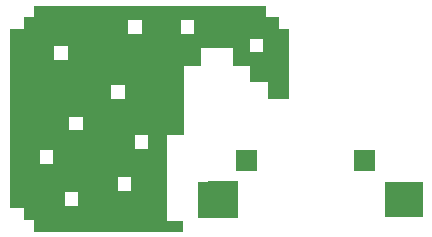
<source format=gbr>
G04 #@! TF.GenerationSoftware,KiCad,Pcbnew,(5.1.2)-1*
G04 #@! TF.CreationDate,2019-10-01T23:28:24-05:00*
G04 #@! TF.ProjectId,nyan,6e79616e-2e6b-4696-9361-645f70636258,rev?*
G04 #@! TF.SameCoordinates,Original*
G04 #@! TF.FileFunction,Legend,Top*
G04 #@! TF.FilePolarity,Positive*
%FSLAX46Y46*%
G04 Gerber Fmt 4.6, Leading zero omitted, Abs format (unit mm)*
G04 Created by KiCad (PCBNEW (5.1.2)-1) date 2019-10-01 23:28:24*
%MOMM*%
%LPD*%
G04 APERTURE LIST*
%ADD10C,0.010000*%
G04 APERTURE END LIST*
D10*
G36*
X168385067Y-73911460D02*
G01*
X166670567Y-73911460D01*
X166670567Y-72196960D01*
X168385067Y-72196960D01*
X168385067Y-73911460D01*
X168385067Y-73911460D01*
G37*
X168385067Y-73911460D02*
X166670567Y-73911460D01*
X166670567Y-72196960D01*
X168385067Y-72196960D01*
X168385067Y-73911460D01*
G36*
X158394400Y-73911460D02*
G01*
X156701067Y-73911460D01*
X156701067Y-72196960D01*
X158394400Y-72196960D01*
X158394400Y-73911460D01*
X158394400Y-73911460D01*
G37*
X158394400Y-73911460D02*
X156701067Y-73911460D01*
X156701067Y-72196960D01*
X158394400Y-72196960D01*
X158394400Y-73911460D01*
G36*
X172359320Y-77787500D02*
G01*
X169367200Y-77784960D01*
X169362120Y-74950320D01*
X172463460Y-74950320D01*
X172463460Y-77787500D01*
X172359320Y-77787500D01*
G37*
X172359320Y-77787500D02*
X169367200Y-77784960D01*
X169362120Y-74950320D01*
X172463460Y-74950320D01*
X172463460Y-77787500D01*
X172359320Y-77787500D01*
G36*
X156785734Y-77848460D02*
G01*
X153525781Y-77848460D01*
X153531216Y-76361502D01*
X153536650Y-74874544D01*
X155161192Y-74869120D01*
X156789120Y-74869040D01*
X156785734Y-77848460D01*
X156785734Y-77848460D01*
G37*
X156785734Y-77848460D02*
X153525781Y-77848460D01*
X153531216Y-76361502D01*
X153536650Y-74874544D01*
X155161192Y-74869120D01*
X156789120Y-74869040D01*
X156785734Y-77848460D01*
G36*
X140386859Y-59994520D02*
G01*
X140460296Y-59994542D01*
X140574536Y-59994588D01*
X140728051Y-59994656D01*
X140919309Y-59994746D01*
X141146782Y-59994858D01*
X141408940Y-59994990D01*
X141704252Y-59995141D01*
X142031190Y-59995311D01*
X142388223Y-59995499D01*
X142773821Y-59995704D01*
X143186456Y-59995925D01*
X143624596Y-59996161D01*
X144086714Y-59996412D01*
X144571277Y-59996677D01*
X145076758Y-59996954D01*
X145601626Y-59997244D01*
X146144351Y-59997544D01*
X146703404Y-59997855D01*
X147277255Y-59998176D01*
X147864375Y-59998505D01*
X148463232Y-59998843D01*
X149072299Y-59999187D01*
X149690044Y-59999538D01*
X150171150Y-59999812D01*
X159198734Y-60004960D01*
X159198734Y-60978627D01*
X160235900Y-60978627D01*
X160235900Y-61973460D01*
X161146067Y-61973460D01*
X161146067Y-67773127D01*
X159431567Y-67773127D01*
X159431567Y-66397294D01*
X157907567Y-66397294D01*
X157907567Y-65000294D01*
X156425900Y-65000294D01*
X156425900Y-63497460D01*
X153631900Y-63497460D01*
X153631900Y-65000294D01*
X152192567Y-65000294D01*
X152192567Y-70821127D01*
X148054060Y-70822820D01*
X148054060Y-72087740D01*
X149227540Y-72087740D01*
X149222460Y-70824513D01*
X150769320Y-70822820D01*
X150769320Y-78244700D01*
X152171400Y-78250627D01*
X152179020Y-79087980D01*
X151244300Y-79087980D01*
X151137620Y-79087980D01*
X150992840Y-79087980D01*
X150804880Y-79087980D01*
X150588980Y-79087980D01*
X150342600Y-79087980D01*
X150055580Y-79087980D01*
X149740620Y-79087980D01*
X149400260Y-79087980D01*
X149044660Y-79087980D01*
X148654750Y-79087980D01*
X148247100Y-79087980D01*
X147817840Y-79087980D01*
X147398740Y-79087980D01*
X146913600Y-79087980D01*
X146466560Y-79087980D01*
X145978880Y-79087980D01*
X145503900Y-79087980D01*
X145023840Y-79087980D01*
X144922240Y-79087980D01*
X139593320Y-79089250D01*
X139593320Y-78024990D01*
X138751734Y-78017794D01*
X138751734Y-77022960D01*
X137608734Y-77022960D01*
X137608734Y-75710627D01*
X142117234Y-75710627D01*
X142117234Y-76959460D01*
X143344900Y-76959460D01*
X143344900Y-75710627D01*
X142117234Y-75710627D01*
X137608734Y-75710627D01*
X137608734Y-74398294D01*
X146603720Y-74399140D01*
X146603720Y-75664060D01*
X147208240Y-75663326D01*
X147830540Y-75664060D01*
X147830540Y-75029060D01*
X147830540Y-74396600D01*
X146606260Y-74396600D01*
X137608734Y-74398294D01*
X137608734Y-72133460D01*
X140000567Y-72133460D01*
X140000567Y-73382294D01*
X141228234Y-73382294D01*
X141228234Y-72133460D01*
X140000567Y-72133460D01*
X137608734Y-72133460D01*
X137608734Y-69297127D01*
X142498234Y-69297127D01*
X142498234Y-70545960D01*
X143725900Y-70545960D01*
X143725900Y-69297127D01*
X142498234Y-69297127D01*
X137608734Y-69297127D01*
X137608734Y-66630127D01*
X146075400Y-66630127D01*
X146075400Y-67878960D01*
X147303067Y-67878960D01*
X147303067Y-66630127D01*
X146075400Y-66630127D01*
X137608734Y-66630127D01*
X137608734Y-63349294D01*
X141249400Y-63349294D01*
X141249400Y-64619294D01*
X142477067Y-64619294D01*
X142477067Y-63349294D01*
X141249400Y-63349294D01*
X137608734Y-63349294D01*
X137608734Y-62693127D01*
X157780567Y-62693127D01*
X157780567Y-63920794D01*
X159008234Y-63920794D01*
X159008234Y-62693127D01*
X157780567Y-62693127D01*
X137608734Y-62693127D01*
X137608734Y-61973460D01*
X138751734Y-61973460D01*
X138751734Y-61147960D01*
X147514734Y-61147960D01*
X147514734Y-62396794D01*
X148742400Y-62396794D01*
X148742400Y-61147960D01*
X151959734Y-61147960D01*
X151959734Y-62375627D01*
X153166234Y-62375627D01*
X153166234Y-61147960D01*
X151959734Y-61147960D01*
X148742400Y-61147960D01*
X147514734Y-61147960D01*
X138751734Y-61147960D01*
X138751734Y-60978627D01*
X139621260Y-60980320D01*
X139624468Y-60486502D01*
X139630150Y-59989720D01*
X140386859Y-59994520D01*
X140386859Y-59994520D01*
G37*
X140386859Y-59994520D02*
X140460296Y-59994542D01*
X140574536Y-59994588D01*
X140728051Y-59994656D01*
X140919309Y-59994746D01*
X141146782Y-59994858D01*
X141408940Y-59994990D01*
X141704252Y-59995141D01*
X142031190Y-59995311D01*
X142388223Y-59995499D01*
X142773821Y-59995704D01*
X143186456Y-59995925D01*
X143624596Y-59996161D01*
X144086714Y-59996412D01*
X144571277Y-59996677D01*
X145076758Y-59996954D01*
X145601626Y-59997244D01*
X146144351Y-59997544D01*
X146703404Y-59997855D01*
X147277255Y-59998176D01*
X147864375Y-59998505D01*
X148463232Y-59998843D01*
X149072299Y-59999187D01*
X149690044Y-59999538D01*
X150171150Y-59999812D01*
X159198734Y-60004960D01*
X159198734Y-60978627D01*
X160235900Y-60978627D01*
X160235900Y-61973460D01*
X161146067Y-61973460D01*
X161146067Y-67773127D01*
X159431567Y-67773127D01*
X159431567Y-66397294D01*
X157907567Y-66397294D01*
X157907567Y-65000294D01*
X156425900Y-65000294D01*
X156425900Y-63497460D01*
X153631900Y-63497460D01*
X153631900Y-65000294D01*
X152192567Y-65000294D01*
X152192567Y-70821127D01*
X148054060Y-70822820D01*
X148054060Y-72087740D01*
X149227540Y-72087740D01*
X149222460Y-70824513D01*
X150769320Y-70822820D01*
X150769320Y-78244700D01*
X152171400Y-78250627D01*
X152179020Y-79087980D01*
X151244300Y-79087980D01*
X151137620Y-79087980D01*
X150992840Y-79087980D01*
X150804880Y-79087980D01*
X150588980Y-79087980D01*
X150342600Y-79087980D01*
X150055580Y-79087980D01*
X149740620Y-79087980D01*
X149400260Y-79087980D01*
X149044660Y-79087980D01*
X148654750Y-79087980D01*
X148247100Y-79087980D01*
X147817840Y-79087980D01*
X147398740Y-79087980D01*
X146913600Y-79087980D01*
X146466560Y-79087980D01*
X145978880Y-79087980D01*
X145503900Y-79087980D01*
X145023840Y-79087980D01*
X144922240Y-79087980D01*
X139593320Y-79089250D01*
X139593320Y-78024990D01*
X138751734Y-78017794D01*
X138751734Y-77022960D01*
X137608734Y-77022960D01*
X137608734Y-75710627D01*
X142117234Y-75710627D01*
X142117234Y-76959460D01*
X143344900Y-76959460D01*
X143344900Y-75710627D01*
X142117234Y-75710627D01*
X137608734Y-75710627D01*
X137608734Y-74398294D01*
X146603720Y-74399140D01*
X146603720Y-75664060D01*
X147208240Y-75663326D01*
X147830540Y-75664060D01*
X147830540Y-75029060D01*
X147830540Y-74396600D01*
X146606260Y-74396600D01*
X137608734Y-74398294D01*
X137608734Y-72133460D01*
X140000567Y-72133460D01*
X140000567Y-73382294D01*
X141228234Y-73382294D01*
X141228234Y-72133460D01*
X140000567Y-72133460D01*
X137608734Y-72133460D01*
X137608734Y-69297127D01*
X142498234Y-69297127D01*
X142498234Y-70545960D01*
X143725900Y-70545960D01*
X143725900Y-69297127D01*
X142498234Y-69297127D01*
X137608734Y-69297127D01*
X137608734Y-66630127D01*
X146075400Y-66630127D01*
X146075400Y-67878960D01*
X147303067Y-67878960D01*
X147303067Y-66630127D01*
X146075400Y-66630127D01*
X137608734Y-66630127D01*
X137608734Y-63349294D01*
X141249400Y-63349294D01*
X141249400Y-64619294D01*
X142477067Y-64619294D01*
X142477067Y-63349294D01*
X141249400Y-63349294D01*
X137608734Y-63349294D01*
X137608734Y-62693127D01*
X157780567Y-62693127D01*
X157780567Y-63920794D01*
X159008234Y-63920794D01*
X159008234Y-62693127D01*
X157780567Y-62693127D01*
X137608734Y-62693127D01*
X137608734Y-61973460D01*
X138751734Y-61973460D01*
X138751734Y-61147960D01*
X147514734Y-61147960D01*
X147514734Y-62396794D01*
X148742400Y-62396794D01*
X148742400Y-61147960D01*
X151959734Y-61147960D01*
X151959734Y-62375627D01*
X153166234Y-62375627D01*
X153166234Y-61147960D01*
X151959734Y-61147960D01*
X148742400Y-61147960D01*
X147514734Y-61147960D01*
X138751734Y-61147960D01*
X138751734Y-60978627D01*
X139621260Y-60980320D01*
X139624468Y-60486502D01*
X139630150Y-59989720D01*
X140386859Y-59994520D01*
M02*

</source>
